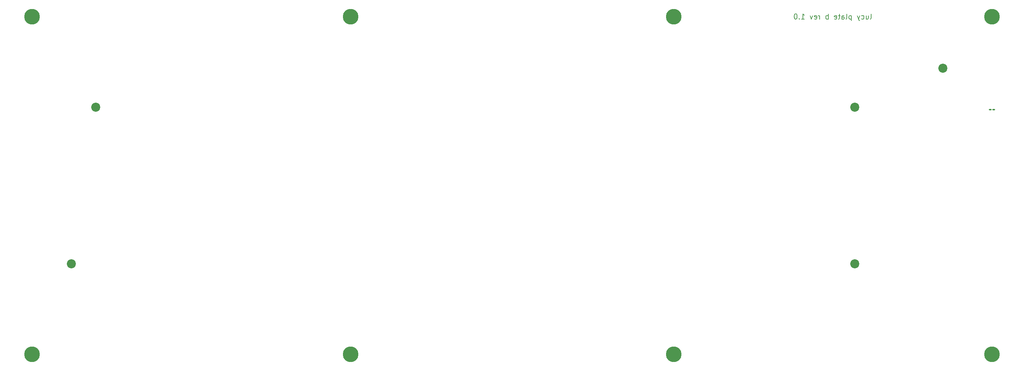
<source format=gbr>
G04 #@! TF.GenerationSoftware,KiCad,Pcbnew,(6.0.5-0)*
G04 #@! TF.CreationDate,2022-07-18T09:45:56-05:00*
G04 #@! TF.ProjectId,plate,706c6174-652e-46b6-9963-61645f706362,rev?*
G04 #@! TF.SameCoordinates,Original*
G04 #@! TF.FileFunction,Soldermask,Bot*
G04 #@! TF.FilePolarity,Negative*
%FSLAX46Y46*%
G04 Gerber Fmt 4.6, Leading zero omitted, Abs format (unit mm)*
G04 Created by KiCad (PCBNEW (6.0.5-0)) date 2022-07-18 09:45:56*
%MOMM*%
%LPD*%
G01*
G04 APERTURE LIST*
G04 Aperture macros list*
%AMRoundRect*
0 Rectangle with rounded corners*
0 $1 Rounding radius*
0 $2 $3 $4 $5 $6 $7 $8 $9 X,Y pos of 4 corners*
0 Add a 4 corners polygon primitive as box body*
4,1,4,$2,$3,$4,$5,$6,$7,$8,$9,$2,$3,0*
0 Add four circle primitives for the rounded corners*
1,1,$1+$1,$2,$3*
1,1,$1+$1,$4,$5*
1,1,$1+$1,$6,$7*
1,1,$1+$1,$8,$9*
0 Add four rect primitives between the rounded corners*
20,1,$1+$1,$2,$3,$4,$5,0*
20,1,$1+$1,$4,$5,$6,$7,0*
20,1,$1+$1,$6,$7,$8,$9,0*
20,1,$1+$1,$8,$9,$2,$3,0*%
G04 Aperture macros list end*
%ADD10C,0.200000*%
%ADD11RoundRect,0.100000X0.217500X0.100000X-0.217500X0.100000X-0.217500X-0.100000X0.217500X-0.100000X0*%
%ADD12C,3.800000*%
%ADD13C,2.200000*%
G04 APERTURE END LIST*
D10*
X359776261Y-38070195D02*
X359895309Y-38010671D01*
X359954833Y-37891623D01*
X359954833Y-36820195D01*
X358764357Y-37236861D02*
X358764357Y-38070195D01*
X359300071Y-37236861D02*
X359300071Y-37891623D01*
X359240547Y-38010671D01*
X359121499Y-38070195D01*
X358942928Y-38070195D01*
X358823880Y-38010671D01*
X358764357Y-37951147D01*
X357633404Y-38010671D02*
X357752452Y-38070195D01*
X357990547Y-38070195D01*
X358109595Y-38010671D01*
X358169118Y-37951147D01*
X358228642Y-37832099D01*
X358228642Y-37474957D01*
X358169118Y-37355909D01*
X358109595Y-37296385D01*
X357990547Y-37236861D01*
X357752452Y-37236861D01*
X357633404Y-37296385D01*
X357216737Y-37236861D02*
X356919118Y-38070195D01*
X356621499Y-37236861D02*
X356919118Y-38070195D01*
X357038166Y-38367814D01*
X357097690Y-38427338D01*
X357216737Y-38486861D01*
X355192928Y-37236861D02*
X355192928Y-38486861D01*
X355192928Y-37296385D02*
X355073880Y-37236861D01*
X354835785Y-37236861D01*
X354716737Y-37296385D01*
X354657214Y-37355909D01*
X354597690Y-37474957D01*
X354597690Y-37832099D01*
X354657214Y-37951147D01*
X354716737Y-38010671D01*
X354835785Y-38070195D01*
X355073880Y-38070195D01*
X355192928Y-38010671D01*
X353883404Y-38070195D02*
X354002452Y-38010671D01*
X354061976Y-37891623D01*
X354061976Y-36820195D01*
X352871499Y-38070195D02*
X352871499Y-37415433D01*
X352931023Y-37296385D01*
X353050071Y-37236861D01*
X353288166Y-37236861D01*
X353407214Y-37296385D01*
X352871499Y-38010671D02*
X352990547Y-38070195D01*
X353288166Y-38070195D01*
X353407214Y-38010671D01*
X353466737Y-37891623D01*
X353466737Y-37772576D01*
X353407214Y-37653528D01*
X353288166Y-37594004D01*
X352990547Y-37594004D01*
X352871499Y-37534480D01*
X352454833Y-37236861D02*
X351978642Y-37236861D01*
X352276261Y-36820195D02*
X352276261Y-37891623D01*
X352216737Y-38010671D01*
X352097690Y-38070195D01*
X351978642Y-38070195D01*
X351085785Y-38010671D02*
X351204833Y-38070195D01*
X351442928Y-38070195D01*
X351561976Y-38010671D01*
X351621499Y-37891623D01*
X351621499Y-37415433D01*
X351561976Y-37296385D01*
X351442928Y-37236861D01*
X351204833Y-37236861D01*
X351085785Y-37296385D01*
X351026261Y-37415433D01*
X351026261Y-37534480D01*
X351621499Y-37653528D01*
X349538166Y-38070195D02*
X349538166Y-36820195D01*
X349538166Y-37296385D02*
X349419118Y-37236861D01*
X349181023Y-37236861D01*
X349061976Y-37296385D01*
X349002452Y-37355909D01*
X348942928Y-37474957D01*
X348942928Y-37832099D01*
X349002452Y-37951147D01*
X349061976Y-38010671D01*
X349181023Y-38070195D01*
X349419118Y-38070195D01*
X349538166Y-38010671D01*
X347454833Y-38070195D02*
X347454833Y-37236861D01*
X347454833Y-37474957D02*
X347395309Y-37355909D01*
X347335785Y-37296385D01*
X347216737Y-37236861D01*
X347097690Y-37236861D01*
X346204833Y-38010671D02*
X346323880Y-38070195D01*
X346561976Y-38070195D01*
X346681023Y-38010671D01*
X346740547Y-37891623D01*
X346740547Y-37415433D01*
X346681023Y-37296385D01*
X346561976Y-37236861D01*
X346323880Y-37236861D01*
X346204833Y-37296385D01*
X346145309Y-37415433D01*
X346145309Y-37534480D01*
X346740547Y-37653528D01*
X345728642Y-37236861D02*
X345431023Y-38070195D01*
X345133404Y-37236861D01*
X343050071Y-38070195D02*
X343764357Y-38070195D01*
X343407214Y-38070195D02*
X343407214Y-36820195D01*
X343526261Y-36998766D01*
X343645309Y-37117814D01*
X343764357Y-37177338D01*
X342514357Y-37951147D02*
X342454833Y-38010671D01*
X342514357Y-38070195D01*
X342573880Y-38010671D01*
X342514357Y-37951147D01*
X342514357Y-38070195D01*
X341681023Y-36820195D02*
X341561976Y-36820195D01*
X341442928Y-36879719D01*
X341383404Y-36939242D01*
X341323880Y-37058290D01*
X341264357Y-37296385D01*
X341264357Y-37594004D01*
X341323880Y-37832099D01*
X341383404Y-37951147D01*
X341442928Y-38010671D01*
X341561976Y-38070195D01*
X341681023Y-38070195D01*
X341800071Y-38010671D01*
X341859595Y-37951147D01*
X341919118Y-37832099D01*
X341978642Y-37594004D01*
X341978642Y-37296385D01*
X341919118Y-37058290D01*
X341859595Y-36939242D01*
X341800071Y-36879719D01*
X341681023Y-36820195D01*
D11*
X389742202Y-60126613D03*
X388927202Y-60126613D03*
D12*
X233362696Y-37504719D03*
D13*
X171450144Y-59531300D03*
X355997174Y-59531300D03*
X377429670Y-50006460D03*
D12*
X311944012Y-37504719D03*
X389334702Y-37504719D03*
X155972006Y-37504719D03*
X389334702Y-119657745D03*
X233362696Y-119657745D03*
X155972006Y-119657745D03*
X311944012Y-119657745D03*
D13*
X355997174Y-97631332D03*
X165497014Y-97631332D03*
M02*

</source>
